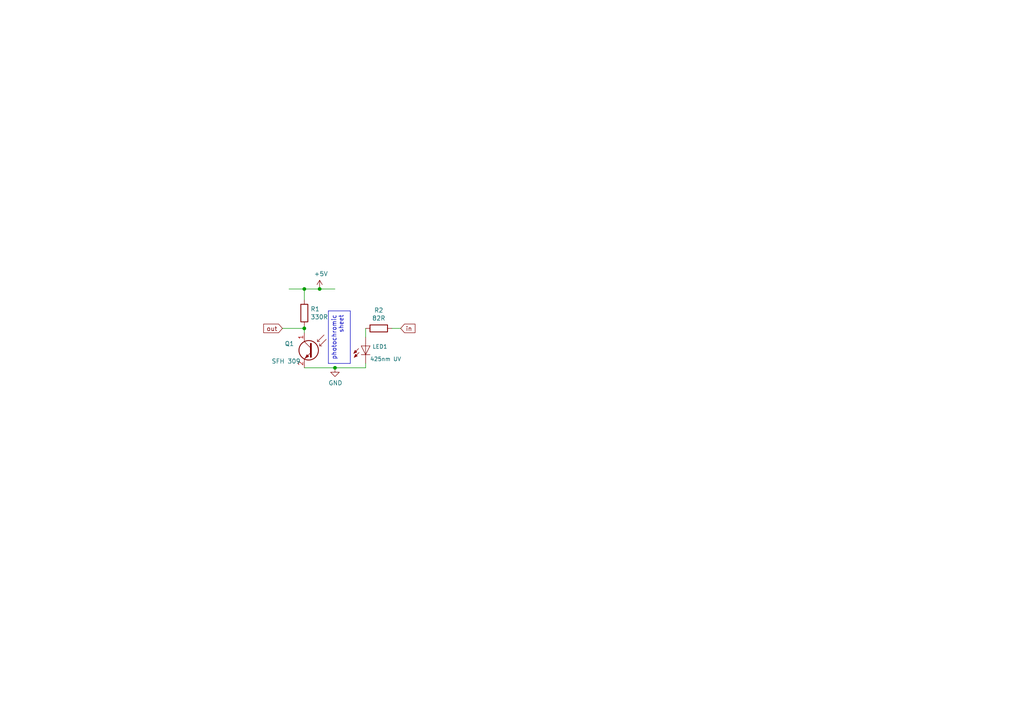
<source format=kicad_sch>
(kicad_sch (version 20230121) (generator eeschema)
  (paper "A4")
  (lib_symbols
    (symbol "Device:Q_Photo_NPN" (pin_names (offset 0) hide)
      (property "Reference" "Q" (at 5.08 1.27 0))
      (property "Value" "Q_Photo_NPN" (at 5.08 -1.27 0))
      (symbol "Q_Photo_NPN_0_1"
        (polyline (pts (xy -1.905 1.27) (xy -2.54 1.27)))
        (polyline (pts (xy -1.27 2.54) (xy -1.905 2.54)))
        (polyline (pts (xy 0.635 0.635) (xy 2.54 2.54)))
        (polyline (pts (xy -3.81 3.175) (xy -1.905 1.27) (xy -1.905 1.905)))
        (polyline (pts (xy -3.175 4.445) (xy -1.27 2.54) (xy -1.27 3.175)))
        (polyline (pts (xy 0.635 -0.635) (xy 2.54 -2.54) (xy 2.54 -2.54)))
        (polyline (pts (xy 0.635 1.905) (xy 0.635 -1.905) (xy 0.635 -1.905)) (stroke (width 0.508)))
        (polyline (pts (xy 1.27 -1.778) (xy 1.778 -1.27) (xy 2.286 -2.286) (xy 1.27 -1.778) (xy 1.27 -1.778)) (fill (type outline)))
        (circle (center 1.27 0) (radius 2.8194) (stroke (width 0.254)))
      )
      (symbol "Q_Photo_NPN_1_1"
        (pin passive line (at 2.54 5.08 270) (length 2.54) (name "C") (number "1"))
        (pin passive line (at 2.54 -5.08 90) (length 2.54) (name "E") (number "2"))
      )
    )
    (symbol "Device:R" (pin_numbers hide) (pin_names (offset 0))
      (property "Reference" "R" (at 2.032 0 90))
      (property "Value" "R" (at 0 0 90))
      (symbol "R_0_1"
        (rectangle (start -1.016 -2.54) (end 1.016 2.54) (stroke (width 0.254)))
      )
      (symbol "R_1_1"
        (pin passive line (at 0 3.81 270) (length 1.27) (name "~") (number "1"))
        (pin passive line (at 0 -3.81 90) (length 1.27) (name "~") (number "2"))
      )
    )
    (symbol "one-synapse-rescue:LED3MM-adafruit-new" (pin_numbers hide) (pin_names (offset 1.016) hide)
      (property "Reference" "LED" (at 2.667 -4.572 90))
      (property "Value" "adafruit-new_LED3MM" (at 4.826 -4.572 90))
      (symbol "LED3MM-adafruit-new_1_0"
        (polyline (pts (xy -2.032 -0.762) (xy -3.429 -2.159)))
        (polyline (pts (xy -1.905 -1.905) (xy -3.302 -3.302)))
        (polyline (pts (xy 0 -2.54) (xy -1.27 -2.54)))
        (polyline (pts (xy 0 -2.54) (xy -1.27 0)))
        (polyline (pts (xy 0 0) (xy -1.27 0)))
        (polyline (pts (xy 0 0) (xy 0 -2.54)))
        (polyline (pts (xy 1.27 -2.54) (xy 0 -2.54)))
        (polyline (pts (xy 1.27 0) (xy 0 -2.54)))
        (polyline (pts (xy 1.27 0) (xy 0 0)))
      )
      (symbol "LED3MM-adafruit-new_1_1"
        (polyline (pts (xy -3.429 -2.159) (xy -3.048 -1.27) (xy -3.048 -1.27) (xy -2.54 -1.778) (xy -2.54 -1.778) (xy -3.429 -2.159)) (fill (type outline)))
        (polyline (pts (xy -3.302 -3.302) (xy -2.921 -2.413) (xy -2.921 -2.413) (xy -2.413 -2.921) (xy -2.413 -2.921) (xy -3.302 -3.302)) (fill (type outline)))
        (pin passive line (at 0 2.54 270) (length 2.54) (name "A") (number "A"))
        (pin passive line (at 0 -5.08 90) (length 2.54) (name "C") (number "K"))
      )
    )
    (symbol "power:+5V" (power) (pin_names (offset 0))
      (property "Value" "+5V" (at 0 3.556 0))
      (symbol "+5V_0_1"
        (polyline (pts (xy -0.762 1.27) (xy 0 2.54)))
        (polyline (pts (xy 0 0) (xy 0 2.54)))
        (polyline (pts (xy 0 2.54) (xy 0.762 1.27)))
      )
      (symbol "+5V_1_1"
        (pin power_in line (at 0 0 90) (length 0) hide (name "+5V") (number "1"))
      )
    )
    (symbol "power:GND" (power) (pin_names (offset 0))
      (property "Value" "GND" (at 0 -3.81 0))
      (symbol "GND_0_1"
        (polyline (pts (xy 0 0) (xy 0 -1.27) (xy 1.27 -1.27) (xy 0 -2.54) (xy -1.27 -1.27) (xy 0 -1.27)))
      )
      (symbol "GND_1_1"
        (pin power_in line (at 0 0 270) (length 0) hide (name "GND") (number "1"))
      )
    )
  )
  (junction (at 88.265 83.82))
  (junction (at 92.71 83.82))
  (junction (at 97.155 106.68))
  (junction (at 88.265 95.25))
  (polyline (pts (xy 101.6 90.17) (xy 101.6 105.41)))
  (wire (pts (xy 88.265 86.995) (xy 88.265 83.82)))
  (wire (pts (xy 106.045 95.25) (xy 106.045 97.79)))
  (wire (pts (xy 92.71 83.82) (xy 97.155 83.82)))
  (wire (pts (xy 106.045 105.41) (xy 106.045 106.68)))
  (wire (pts (xy 113.665 95.25) (xy 116.205 95.25)))
  (wire (pts (xy 88.265 94.615) (xy 88.265 95.25)))
  (polyline (pts (xy 95.25 105.41) (xy 101.6 105.41)))
  (wire (pts (xy 88.265 83.82) (xy 92.71 83.82)))
  (wire (pts (xy 88.265 106.68) (xy 97.155 106.68)))
  (wire (pts (xy 88.265 83.82) (xy 83.82 83.82)))
  (polyline (pts (xy 95.25 90.17) (xy 95.25 105.41)))
  (wire (pts (xy 88.265 95.25) (xy 81.915 95.25)))
  (polyline (pts (xy 95.25 90.17) (xy 101.6 90.17)))
  (wire (pts (xy 106.045 106.68) (xy 97.155 106.68)))
  (wire (pts (xy 88.265 95.25) (xy 88.265 96.52)))
  (text "photochromic\nsheet" (at 99.695 91.44 90) (effects (font (size 1.27 1.27)) (justify right bottom)))
  (global_label "out" (shape input) (at 81.915 95.25 180) (property "Intersheetrefs" "${INTERSHEET_REFS}" (effects hide)))
  (global_label "in" (shape input) (at 116.205 95.25 0) (property "Intersheetrefs" "${INTERSHEET_REFS}" (effects hide)))
  (symbol (lib_id "one-synapse-rescue:LED3MM-adafruit-new") (at 106.045 100.33 0) (unit 1)
    (property "Reference" "LED1" (at 108.0008 100.5332 0) (effects (font (size 1.143 1.143)) (justify left)))
    (property "Value" "425nm UV" (at 107.315 104.14 0) (effects (font (size 1.143 1.143)) (justify left)))
    (property "Footprint" "adafruit-new_LED3MM" (effects hide))
  )
  (symbol (lib_id "Device:Q_Photo_NPN") (at 90.805 101.6 0) (mirror y) (unit 1)
    (property "Reference" "Q1" (at 82.55 99.695 0) (effects (justify right)))
    (property "Value" "SFH 309" (at 78.74 104.775 0) (effects (justify right)))
  )
  (symbol (lib_id "power:GND") (at 97.155 106.68 0) (unit 1)
    (property "Reference" "#PWR0101" (effects hide))
    (property "Value" "GND" (at 97.282 111.0742 0))
  )
  (symbol (lib_id "Device:R") (at 88.265 90.805 0) (unit 1)
    (property "Reference" "R1" (at 90.043 89.6366 0) (effects (justify left)))
    (property "Value" "330R" (at 90.043 91.948 0) (effects (justify left)))
  )
  (symbol (lib_id "Device:R") (at 109.855 95.25 270) (unit 1)
    (property "Reference" "R2" (at 109.855 89.9922 90))
    (property "Value" "82R" (at 109.855 92.3036 90))
  )
  (symbol (lib_id "power:+5V") (at 92.71 83.82 0) (unit 1)
    (property "Reference" "#PWR0102" (effects hide))
    (property "Value" "+5V" (at 93.091 79.4258 0))
  )
)
</source>
